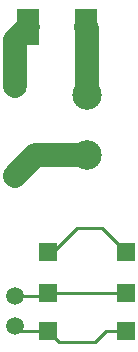
<source format=gtl>
G04 #@! TF.GenerationSoftware,KiCad,Pcbnew,(5.0.1)-3*
G04 #@! TF.CreationDate,2018-10-30T18:02:17+11:00*
G04 #@! TF.ProjectId,Inline_SSR,496E6C696E655F5353522E6B69636164,rev?*
G04 #@! TF.SameCoordinates,PX8a12ae0PY678e028*
G04 #@! TF.FileFunction,Copper,L1,Top,Signal*
G04 #@! TF.FilePolarity,Positive*
%FSLAX46Y46*%
G04 Gerber Fmt 4.6, Leading zero omitted, Abs format (unit mm)*
G04 Created by KiCad (PCBNEW (5.0.1)-3) date 30/10/2018 6:02:17 PM*
%MOMM*%
%LPD*%
G01*
G04 APERTURE LIST*
G04 #@! TA.AperFunction,SMDPad,CuDef*
%ADD10R,1.960000X3.150000*%
G04 #@! TD*
G04 #@! TA.AperFunction,SMDPad,CuDef*
%ADD11R,1.500000X1.500000*%
G04 #@! TD*
G04 #@! TA.AperFunction,ComponentPad*
%ADD12C,2.500000*%
G04 #@! TD*
G04 #@! TA.AperFunction,ComponentPad*
%ADD13C,1.500000*%
G04 #@! TD*
G04 #@! TA.AperFunction,ComponentPad*
%ADD14C,2.000000*%
G04 #@! TD*
G04 #@! TA.AperFunction,Conductor*
%ADD15C,2.000000*%
G04 #@! TD*
G04 #@! TA.AperFunction,Conductor*
%ADD16C,0.250000*%
G04 #@! TD*
G04 APERTURE END LIST*
D10*
G04 #@! TO.P,F1,2*
G04 #@! TO.N,Net-(F1-Pad2)*
X12048500Y27559000D03*
G04 #@! TO.P,F1,1*
G04 #@! TO.N,Net-(F1-Pad1)*
X7128500Y27559000D03*
G04 #@! TD*
D11*
G04 #@! TO.P,J1,3*
G04 #@! TO.N,Net-(J1-Pad3)*
X8828500Y1828500D03*
G04 #@! TO.P,J1,1*
G04 #@! TO.N,Net-(J1-Pad1)*
X8828500Y8528500D03*
G04 #@! TO.P,J1,2*
G04 #@! TO.N,Net-(J1-Pad2)*
X8828500Y5028500D03*
G04 #@! TO.P,J1,3*
G04 #@! TO.N,Net-(J1-Pad3)*
X15428500Y1828500D03*
G04 #@! TO.P,J1,2*
G04 #@! TO.N,Net-(J1-Pad2)*
X15428500Y5028500D03*
G04 #@! TO.P,J1,1*
G04 #@! TO.N,Net-(J1-Pad1)*
X15428500Y8528500D03*
G04 #@! TD*
D12*
G04 #@! TO.P,P1,1*
G04 #@! TO.N,Net-(P1-Pad1)*
X12088500Y16700500D03*
G04 #@! TO.P,P1,2*
G04 #@! TO.N,Net-(F1-Pad2)*
X12088500Y21780500D03*
G04 #@! TD*
D13*
G04 #@! TO.P,U1,4*
G04 #@! TO.N,Net-(J1-Pad3)*
X6035500Y2286000D03*
G04 #@! TO.P,U1,3*
G04 #@! TO.N,Net-(J1-Pad2)*
X6035500Y4826000D03*
D14*
G04 #@! TO.P,U1,2*
G04 #@! TO.N,Net-(P1-Pad1)*
X6035500Y14986000D03*
G04 #@! TO.P,U1,1*
G04 #@! TO.N,Net-(F1-Pad1)*
X6035500Y22606000D03*
G04 #@! TD*
D15*
G04 #@! TO.N,Net-(F1-Pad2)*
X12088500Y21780500D02*
X12088500Y27519000D01*
X12088500Y27519000D02*
X12048500Y27559000D01*
G04 #@! TO.N,Net-(F1-Pad1)*
X6035500Y22606000D02*
X6035500Y26466000D01*
X6035500Y26466000D02*
X7128500Y27559000D01*
D16*
G04 #@! TO.N,Net-(J1-Pad3)*
X8828500Y1828500D02*
X6493000Y1828500D01*
X6493000Y1828500D02*
X6035500Y2286000D01*
X15428500Y1828500D02*
X13766500Y1828500D01*
X9768000Y889000D02*
X8828500Y1828500D01*
X12827000Y889000D02*
X9768000Y889000D01*
X13766500Y1828500D02*
X12827000Y889000D01*
G04 #@! TO.N,Net-(J1-Pad1)*
X8828500Y8528500D02*
X9227000Y8528500D01*
X9227000Y8528500D02*
X11239500Y10541000D01*
X11239500Y10541000D02*
X13416000Y10541000D01*
X13416000Y10541000D02*
X15428500Y8528500D01*
G04 #@! TO.N,Net-(J1-Pad2)*
X15428500Y5028500D02*
X8828500Y5028500D01*
X8828500Y5028500D02*
X8626000Y4826000D01*
X8626000Y4826000D02*
X6035500Y4826000D01*
D15*
G04 #@! TO.N,Net-(P1-Pad1)*
X12088500Y16700500D02*
X7750000Y16700500D01*
X7750000Y16700500D02*
X6035500Y14986000D01*
G04 #@! TD*
M02*

</source>
